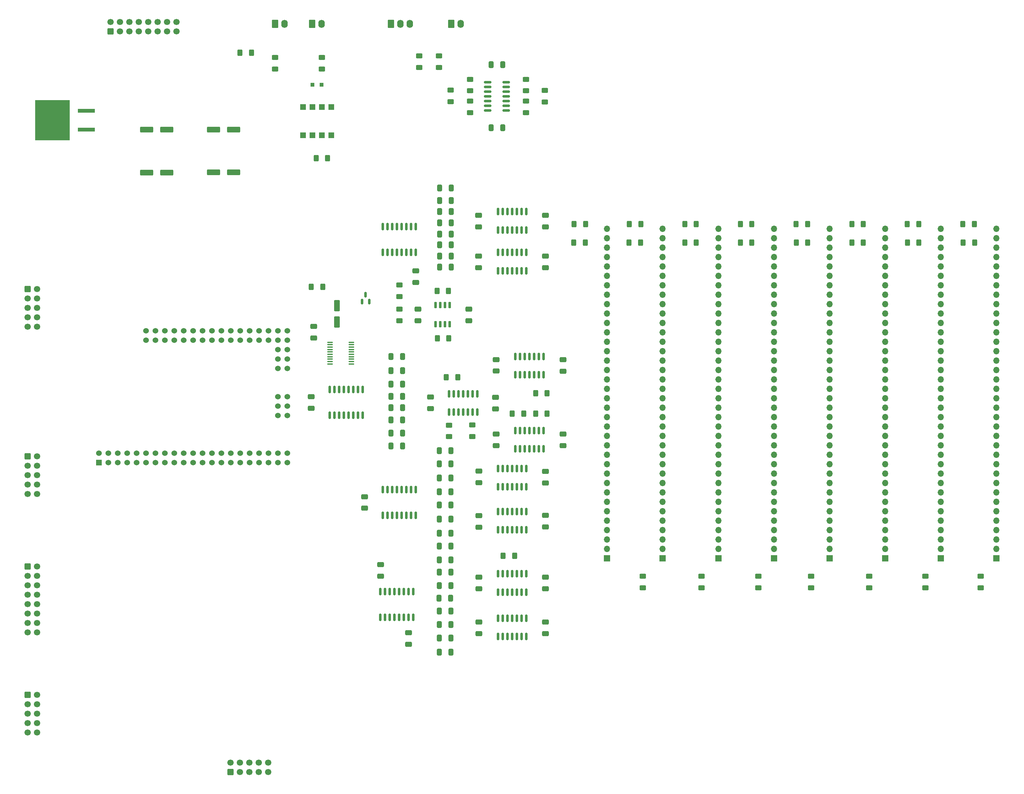
<source format=gbr>
%TF.GenerationSoftware,KiCad,Pcbnew,7.0.10-7.0.10~ubuntu22.04.1*%
%TF.CreationDate,2024-01-14T12:30:21+01:00*%
%TF.ProjectId,polykit-x-mainboard,706f6c79-6b69-4742-9d78-2d6d61696e62,v0.0.2*%
%TF.SameCoordinates,Original*%
%TF.FileFunction,Soldermask,Top*%
%TF.FilePolarity,Negative*%
%FSLAX46Y46*%
G04 Gerber Fmt 4.6, Leading zero omitted, Abs format (unit mm)*
G04 Created by KiCad (PCBNEW 7.0.10-7.0.10~ubuntu22.04.1) date 2024-01-14 12:30:21*
%MOMM*%
%LPD*%
G01*
G04 APERTURE LIST*
G04 Aperture macros list*
%AMRoundRect*
0 Rectangle with rounded corners*
0 $1 Rounding radius*
0 $2 $3 $4 $5 $6 $7 $8 $9 X,Y pos of 4 corners*
0 Add a 4 corners polygon primitive as box body*
4,1,4,$2,$3,$4,$5,$6,$7,$8,$9,$2,$3,0*
0 Add four circle primitives for the rounded corners*
1,1,$1+$1,$2,$3*
1,1,$1+$1,$4,$5*
1,1,$1+$1,$6,$7*
1,1,$1+$1,$8,$9*
0 Add four rect primitives between the rounded corners*
20,1,$1+$1,$2,$3,$4,$5,0*
20,1,$1+$1,$4,$5,$6,$7,0*
20,1,$1+$1,$6,$7,$8,$9,0*
20,1,$1+$1,$8,$9,$2,$3,0*%
G04 Aperture macros list end*
%ADD10RoundRect,0.250000X-0.400000X-0.625000X0.400000X-0.625000X0.400000X0.625000X-0.400000X0.625000X0*%
%ADD11RoundRect,0.250000X0.650000X-0.412500X0.650000X0.412500X-0.650000X0.412500X-0.650000X-0.412500X0*%
%ADD12RoundRect,0.250000X-0.650000X0.412500X-0.650000X-0.412500X0.650000X-0.412500X0.650000X0.412500X0*%
%ADD13R,1.700000X1.700000*%
%ADD14O,1.700000X1.700000*%
%ADD15RoundRect,0.150000X0.150000X-0.725000X0.150000X0.725000X-0.150000X0.725000X-0.150000X-0.725000X0*%
%ADD16RoundRect,0.250000X-0.625000X0.400000X-0.625000X-0.400000X0.625000X-0.400000X0.625000X0.400000X0*%
%ADD17RoundRect,0.250000X-0.600000X-0.600000X0.600000X-0.600000X0.600000X0.600000X-0.600000X0.600000X0*%
%ADD18C,1.700000*%
%ADD19RoundRect,0.250000X0.412500X0.650000X-0.412500X0.650000X-0.412500X-0.650000X0.412500X-0.650000X0*%
%ADD20RoundRect,0.150000X-0.150000X0.837500X-0.150000X-0.837500X0.150000X-0.837500X0.150000X0.837500X0*%
%ADD21RoundRect,0.250000X0.400000X0.625000X-0.400000X0.625000X-0.400000X-0.625000X0.400000X-0.625000X0*%
%ADD22RoundRect,0.250000X-0.412500X-0.650000X0.412500X-0.650000X0.412500X0.650000X-0.412500X0.650000X0*%
%ADD23RoundRect,0.250000X-0.620000X-0.845000X0.620000X-0.845000X0.620000X0.845000X-0.620000X0.845000X0*%
%ADD24O,1.740000X2.190000*%
%ADD25RoundRect,0.250000X-1.500000X-0.550000X1.500000X-0.550000X1.500000X0.550000X-1.500000X0.550000X0*%
%ADD26RoundRect,0.150000X-0.825000X-0.150000X0.825000X-0.150000X0.825000X0.150000X-0.825000X0.150000X0*%
%ADD27R,1.524000X1.524000*%
%ADD28C,1.524000*%
%ADD29RoundRect,0.150000X0.150000X-0.837500X0.150000X0.837500X-0.150000X0.837500X-0.150000X-0.837500X0*%
%ADD30RoundRect,0.150000X0.150000X-0.825000X0.150000X0.825000X-0.150000X0.825000X-0.150000X-0.825000X0*%
%ADD31R,1.600000X1.600000*%
%ADD32RoundRect,0.250000X0.625000X-0.400000X0.625000X0.400000X-0.625000X0.400000X-0.625000X-0.400000X0*%
%ADD33RoundRect,0.250000X0.600000X-0.600000X0.600000X0.600000X-0.600000X0.600000X-0.600000X-0.600000X0*%
%ADD34R,1.000000X1.000000*%
%ADD35RoundRect,0.250000X0.550000X-1.250000X0.550000X1.250000X-0.550000X1.250000X-0.550000X-1.250000X0*%
%ADD36R,4.600000X1.100000*%
%ADD37R,9.400000X10.800000*%
%ADD38RoundRect,0.100000X-0.637500X-0.100000X0.637500X-0.100000X0.637500X0.100000X-0.637500X0.100000X0*%
%ADD39RoundRect,0.150000X0.150000X-0.587500X0.150000X0.587500X-0.150000X0.587500X-0.150000X-0.587500X0*%
G04 APERTURE END LIST*
D10*
%TO.C,R20*%
X206050000Y-90500000D03*
X209150000Y-90500000D03*
%TD*%
D11*
%TO.C,C31*%
X135900000Y-116262500D03*
X135900000Y-113137500D03*
%TD*%
D12*
%TO.C,C12*%
X180400000Y-180737500D03*
X180400000Y-183862500D03*
%TD*%
D13*
%TO.C,VOICE2*%
X230000000Y-175630000D03*
D14*
X230000000Y-173090000D03*
X230000000Y-170550000D03*
X230000000Y-168010000D03*
X230000000Y-165470000D03*
X230000000Y-162930000D03*
X230000000Y-160390000D03*
X230000000Y-157850000D03*
X230000000Y-155310000D03*
X230000000Y-152770000D03*
X230000000Y-150230000D03*
X230000000Y-147690000D03*
X230000000Y-145150000D03*
X230000000Y-142610000D03*
X230000000Y-140070000D03*
X230000000Y-137530000D03*
X230000000Y-134990000D03*
X230000000Y-132450000D03*
X230000000Y-129910000D03*
X230000000Y-127370000D03*
X230000000Y-124830000D03*
X230000000Y-122290000D03*
X230000000Y-119750000D03*
X230000000Y-117210000D03*
X230000000Y-114670000D03*
X230000000Y-112130000D03*
X230000000Y-109590000D03*
X230000000Y-107050000D03*
X230000000Y-104510000D03*
X230000000Y-101970000D03*
X230000000Y-99430000D03*
X230000000Y-96890000D03*
X230000000Y-94350000D03*
X230000000Y-91810000D03*
X230000000Y-89270000D03*
X230000000Y-86730000D03*
%TD*%
D12*
%TO.C,C34*%
X149600000Y-159037500D03*
X149600000Y-162162500D03*
%TD*%
%TO.C,C1*%
X161500000Y-195737500D03*
X161500000Y-198862500D03*
%TD*%
D11*
%TO.C,C33*%
X177700000Y-111562500D03*
X177700000Y-108437500D03*
%TD*%
D15*
%TO.C,U11*%
X168795000Y-112475000D03*
X170065000Y-112475000D03*
X171335000Y-112475000D03*
X172605000Y-112475000D03*
X172605000Y-107325000D03*
X171335000Y-107325000D03*
X170065000Y-107325000D03*
X168795000Y-107325000D03*
%TD*%
D16*
%TO.C,R45*%
X125500000Y-40550000D03*
X125500000Y-43650000D03*
%TD*%
%TO.C,R19*%
X315700000Y-180500000D03*
X315700000Y-183600000D03*
%TD*%
D17*
%TO.C,J9*%
X58747500Y-177910000D03*
D18*
X61287500Y-177910000D03*
X58747500Y-180450000D03*
X61287500Y-180450000D03*
X58747500Y-182990000D03*
X61287500Y-182990000D03*
X58747500Y-185530000D03*
X61287500Y-185530000D03*
X58747500Y-188070000D03*
X61287500Y-188070000D03*
X58747500Y-190610000D03*
X61287500Y-190610000D03*
X58747500Y-193150000D03*
X61287500Y-193150000D03*
X58747500Y-195690000D03*
X61287500Y-195690000D03*
%TD*%
D19*
%TO.C,C65*%
X186862500Y-59500000D03*
X183737500Y-59500000D03*
%TD*%
D20*
%TO.C,U15*%
X163385000Y-86157500D03*
X162115000Y-86157500D03*
X160845000Y-86157500D03*
X159575000Y-86157500D03*
X158305000Y-86157500D03*
X157035000Y-86157500D03*
X155765000Y-86157500D03*
X154495000Y-86157500D03*
X154495000Y-93082500D03*
X155765000Y-93082500D03*
X157035000Y-93082500D03*
X158305000Y-93082500D03*
X159575000Y-93082500D03*
X160845000Y-93082500D03*
X162115000Y-93082500D03*
X163385000Y-93082500D03*
%TD*%
D21*
%TO.C,R25*%
X284100000Y-90500000D03*
X281000000Y-90500000D03*
%TD*%
D11*
%TO.C,C2*%
X153900000Y-180462500D03*
X153900000Y-177337500D03*
%TD*%
D16*
%TO.C,R16*%
X270000000Y-180500000D03*
X270000000Y-183600000D03*
%TD*%
D22*
%TO.C,C22*%
X156737500Y-132000000D03*
X159862500Y-132000000D03*
%TD*%
D23*
%TO.C,J5*%
X172980000Y-31500000D03*
D24*
X175520000Y-31500000D03*
%TD*%
D13*
%TO.C,VOICE6*%
X290000000Y-175630000D03*
D14*
X290000000Y-173090000D03*
X290000000Y-170550000D03*
X290000000Y-168010000D03*
X290000000Y-165470000D03*
X290000000Y-162930000D03*
X290000000Y-160390000D03*
X290000000Y-157850000D03*
X290000000Y-155310000D03*
X290000000Y-152770000D03*
X290000000Y-150230000D03*
X290000000Y-147690000D03*
X290000000Y-145150000D03*
X290000000Y-142610000D03*
X290000000Y-140070000D03*
X290000000Y-137530000D03*
X290000000Y-134990000D03*
X290000000Y-132450000D03*
X290000000Y-129910000D03*
X290000000Y-127370000D03*
X290000000Y-124830000D03*
X290000000Y-122290000D03*
X290000000Y-119750000D03*
X290000000Y-117210000D03*
X290000000Y-114670000D03*
X290000000Y-112130000D03*
X290000000Y-109590000D03*
X290000000Y-107050000D03*
X290000000Y-104510000D03*
X290000000Y-101970000D03*
X290000000Y-99430000D03*
X290000000Y-96890000D03*
X290000000Y-94350000D03*
X290000000Y-91810000D03*
X290000000Y-89270000D03*
X290000000Y-86730000D03*
%TD*%
D10*
%TO.C,R28*%
X206100000Y-85500000D03*
X209200000Y-85500000D03*
%TD*%
D20*
%TO.C,U5*%
X149145000Y-130137500D03*
X147875000Y-130137500D03*
X146605000Y-130137500D03*
X145335000Y-130137500D03*
X144065000Y-130137500D03*
X142795000Y-130137500D03*
X141525000Y-130137500D03*
X140255000Y-130137500D03*
X140255000Y-137062500D03*
X141525000Y-137062500D03*
X142795000Y-137062500D03*
X144065000Y-137062500D03*
X145335000Y-137062500D03*
X146605000Y-137062500D03*
X147875000Y-137062500D03*
X149145000Y-137062500D03*
%TD*%
D22*
%TO.C,C35*%
X169737500Y-146600000D03*
X172862500Y-146600000D03*
%TD*%
D25*
%TO.C,C61*%
X108900000Y-60000000D03*
X114300000Y-60000000D03*
%TD*%
D11*
%TO.C,C58*%
X198402500Y-86277500D03*
X198402500Y-83152500D03*
%TD*%
D26*
%TO.C,U19*%
X182825000Y-47190000D03*
X182825000Y-48460000D03*
X182825000Y-49730000D03*
X182825000Y-51000000D03*
X182825000Y-52270000D03*
X182825000Y-53540000D03*
X182825000Y-54810000D03*
X187775000Y-54810000D03*
X187775000Y-53540000D03*
X187775000Y-52270000D03*
X187775000Y-51000000D03*
X187775000Y-49730000D03*
X187775000Y-48460000D03*
X187775000Y-47190000D03*
%TD*%
D25*
%TO.C,C63*%
X90900000Y-71600000D03*
X96300000Y-71600000D03*
%TD*%
D17*
%TO.C,J8*%
X58747500Y-148130000D03*
D18*
X61287500Y-148130000D03*
X58747500Y-150670000D03*
X61287500Y-150670000D03*
X58747500Y-153210000D03*
X61287500Y-153210000D03*
X58747500Y-155750000D03*
X61287500Y-155750000D03*
X58747500Y-158290000D03*
X61287500Y-158290000D03*
%TD*%
D27*
%TO.C,U1*%
X78000000Y-149880000D03*
D28*
X78000000Y-147340000D03*
X80540000Y-149880000D03*
X80540000Y-147340000D03*
X83080000Y-149880000D03*
X83080000Y-147340000D03*
X85620000Y-149880000D03*
X85620000Y-147340000D03*
X88160000Y-149880000D03*
X88160000Y-147340000D03*
X90700000Y-149880000D03*
X90700000Y-147340000D03*
X93240000Y-149880000D03*
X93240000Y-147340000D03*
X95780000Y-149880000D03*
X95780000Y-147340000D03*
X98320000Y-149880000D03*
X98320000Y-147340000D03*
X100860000Y-149880000D03*
X100860000Y-147340000D03*
X103400000Y-149880000D03*
X103400000Y-147340000D03*
X105940000Y-149880000D03*
X105940000Y-147340000D03*
X108480000Y-149880000D03*
X108480000Y-147340000D03*
X111020000Y-149880000D03*
X111020000Y-147340000D03*
X113560000Y-149880000D03*
X113560000Y-147340000D03*
X116100000Y-149880000D03*
X116100000Y-147340000D03*
X118640000Y-149880000D03*
X118640000Y-147340000D03*
X121180000Y-149880000D03*
X121180000Y-147340000D03*
X123720000Y-149880000D03*
X123720000Y-147340000D03*
X126260000Y-149880000D03*
X126260000Y-147340000D03*
X128800000Y-149880000D03*
X128800000Y-147340000D03*
X90700000Y-116860000D03*
X90700000Y-114320000D03*
X93240000Y-116860000D03*
X93240000Y-114320000D03*
X95780000Y-116860000D03*
X95780000Y-114320000D03*
X98320000Y-116860000D03*
X98320000Y-114320000D03*
X100860000Y-116860000D03*
X100860000Y-114320000D03*
X103400000Y-116860000D03*
X103400000Y-114320000D03*
X105940000Y-116860000D03*
X105940000Y-114320000D03*
X108480000Y-116860000D03*
X108480000Y-114320000D03*
X111020000Y-116860000D03*
X111020000Y-114320000D03*
X113560000Y-116860000D03*
X113560000Y-114320000D03*
X116100000Y-116860000D03*
X116100000Y-114320000D03*
X118640000Y-116860000D03*
X118640000Y-114320000D03*
X121180000Y-116860000D03*
X121180000Y-114320000D03*
X123720000Y-116860000D03*
X123720000Y-114320000D03*
X126260000Y-116860000D03*
X126260000Y-114320000D03*
X128800000Y-116860000D03*
X128800000Y-114320000D03*
X126260000Y-119400000D03*
X128800000Y-119400000D03*
X126260000Y-121940000D03*
X128800000Y-121940000D03*
X126260000Y-124480000D03*
X128800000Y-124480000D03*
X126260000Y-132100000D03*
X128800000Y-132100000D03*
X126260000Y-134640000D03*
X128800000Y-134640000D03*
X126260000Y-137180000D03*
X128800000Y-137180000D03*
%TD*%
D22*
%TO.C,C5*%
X169700000Y-186400000D03*
X172825000Y-186400000D03*
%TD*%
D17*
%TO.C,J7*%
X58747500Y-103020000D03*
D18*
X61287500Y-103020000D03*
X58747500Y-105560000D03*
X61287500Y-105560000D03*
X58747500Y-108100000D03*
X61287500Y-108100000D03*
X58747500Y-110640000D03*
X61287500Y-110640000D03*
X58747500Y-113180000D03*
X61287500Y-113180000D03*
%TD*%
D12*
%TO.C,C14*%
X180400000Y-192837500D03*
X180400000Y-195962500D03*
%TD*%
D11*
%TO.C,C24*%
X203100000Y-145262500D03*
X203100000Y-142137500D03*
%TD*%
D21*
%TO.C,R31*%
X254050000Y-85500000D03*
X250950000Y-85500000D03*
%TD*%
%TO.C,R12*%
X172250000Y-103500000D03*
X169150000Y-103500000D03*
%TD*%
%TO.C,R24*%
X269100000Y-90500000D03*
X266000000Y-90500000D03*
%TD*%
D12*
%TO.C,C44*%
X180400000Y-152137500D03*
X180400000Y-155262500D03*
%TD*%
D29*
%TO.C,U2*%
X153855000Y-191562500D03*
X155125000Y-191562500D03*
X156395000Y-191562500D03*
X157665000Y-191562500D03*
X158935000Y-191562500D03*
X160205000Y-191562500D03*
X161475000Y-191562500D03*
X162745000Y-191562500D03*
X162745000Y-184637500D03*
X161475000Y-184637500D03*
X160205000Y-184637500D03*
X158935000Y-184637500D03*
X157665000Y-184637500D03*
X156395000Y-184637500D03*
X155125000Y-184637500D03*
X153855000Y-184637500D03*
%TD*%
D12*
%TO.C,C46*%
X180400000Y-164137500D03*
X180400000Y-167262500D03*
%TD*%
D22*
%TO.C,C48*%
X169877500Y-94100000D03*
X173002500Y-94100000D03*
%TD*%
D30*
%TO.C,U3*%
X185590000Y-184775000D03*
X186860000Y-184775000D03*
X188130000Y-184775000D03*
X189400000Y-184775000D03*
X190670000Y-184775000D03*
X191940000Y-184775000D03*
X193210000Y-184775000D03*
X193210000Y-179825000D03*
X191940000Y-179825000D03*
X190670000Y-179825000D03*
X189400000Y-179825000D03*
X188130000Y-179825000D03*
X186860000Y-179825000D03*
X185590000Y-179825000D03*
%TD*%
D22*
%TO.C,C10*%
X169737500Y-197200000D03*
X172862500Y-197200000D03*
%TD*%
%TO.C,C53*%
X169877500Y-85120000D03*
X173002500Y-85120000D03*
%TD*%
D31*
%TO.C,U20*%
X140610000Y-53890000D03*
X138070000Y-53890000D03*
X135530000Y-53890000D03*
X132990000Y-53890000D03*
X132990000Y-61510000D03*
X135530000Y-61510000D03*
X138070000Y-61510000D03*
X140610000Y-61510000D03*
%TD*%
D32*
%TO.C,R10*%
X159000000Y-105050000D03*
X159000000Y-101950000D03*
%TD*%
D16*
%TO.C,R13*%
X224600000Y-180500000D03*
X224600000Y-183600000D03*
%TD*%
D22*
%TO.C,C42*%
X169737500Y-168900000D03*
X172862500Y-168900000D03*
%TD*%
D12*
%TO.C,C57*%
X180362500Y-94132500D03*
X180362500Y-97257500D03*
%TD*%
D22*
%TO.C,C19*%
X156737500Y-135000000D03*
X159862500Y-135000000D03*
%TD*%
D12*
%TO.C,C32*%
X164000000Y-108437500D03*
X164000000Y-111562500D03*
%TD*%
D22*
%TO.C,C49*%
X169877500Y-97120000D03*
X173002500Y-97120000D03*
%TD*%
D23*
%TO.C,J4*%
X125460000Y-31500000D03*
D24*
X128000000Y-31500000D03*
%TD*%
D22*
%TO.C,C26*%
X156737500Y-121200000D03*
X159862500Y-121200000D03*
%TD*%
D11*
%TO.C,C16*%
X184900000Y-135337500D03*
X184900000Y-132212500D03*
%TD*%
D22*
%TO.C,C21*%
X156737500Y-128700000D03*
X159862500Y-128700000D03*
%TD*%
D16*
%TO.C,R2*%
X172400000Y-139750000D03*
X172400000Y-142850000D03*
%TD*%
D21*
%TO.C,R11*%
X172350000Y-116300000D03*
X169250000Y-116300000D03*
%TD*%
%TO.C,R29*%
X224100000Y-85500000D03*
X221000000Y-85500000D03*
%TD*%
D33*
%TO.C,J1*%
X81110000Y-33485000D03*
D18*
X81110000Y-30945000D03*
X83650000Y-33485000D03*
X83650000Y-30945000D03*
X86190000Y-33485000D03*
X86190000Y-30945000D03*
X88730000Y-33485000D03*
X88730000Y-30945000D03*
X91270000Y-33485000D03*
X91270000Y-30945000D03*
X93810000Y-33485000D03*
X93810000Y-30945000D03*
X96350000Y-33485000D03*
X96350000Y-30945000D03*
X98890000Y-33485000D03*
X98890000Y-30945000D03*
%TD*%
D21*
%TO.C,R35*%
X314050000Y-85500000D03*
X310950000Y-85500000D03*
%TD*%
D16*
%TO.C,R38*%
X172800000Y-49350000D03*
X172800000Y-52450000D03*
%TD*%
D30*
%TO.C,U16*%
X185590000Y-98075000D03*
X186860000Y-98075000D03*
X188130000Y-98075000D03*
X189400000Y-98075000D03*
X190670000Y-98075000D03*
X191940000Y-98075000D03*
X193210000Y-98075000D03*
X193210000Y-93125000D03*
X191940000Y-93125000D03*
X190670000Y-93125000D03*
X189400000Y-93125000D03*
X188130000Y-93125000D03*
X186860000Y-93125000D03*
X185590000Y-93125000D03*
%TD*%
D22*
%TO.C,C40*%
X169737500Y-165100000D03*
X172862500Y-165100000D03*
%TD*%
D11*
%TO.C,C56*%
X198400000Y-97257500D03*
X198400000Y-94132500D03*
%TD*%
D30*
%TO.C,U7*%
X190290000Y-126150000D03*
X191560000Y-126150000D03*
X192830000Y-126150000D03*
X194100000Y-126150000D03*
X195370000Y-126150000D03*
X196640000Y-126150000D03*
X197910000Y-126150000D03*
X197910000Y-121200000D03*
X196640000Y-121200000D03*
X195370000Y-121200000D03*
X194100000Y-121200000D03*
X192830000Y-121200000D03*
X191560000Y-121200000D03*
X190290000Y-121200000D03*
%TD*%
D23*
%TO.C,J2*%
X156750000Y-31500000D03*
D24*
X159290000Y-31500000D03*
X161830000Y-31500000D03*
%TD*%
D22*
%TO.C,C51*%
X169877500Y-91120000D03*
X173002500Y-91120000D03*
%TD*%
D32*
%TO.C,R36*%
X178100000Y-49550000D03*
X178100000Y-46450000D03*
%TD*%
D22*
%TO.C,C36*%
X169737500Y-150200000D03*
X172862500Y-150200000D03*
%TD*%
D12*
%TO.C,C25*%
X185100000Y-142137500D03*
X185100000Y-145262500D03*
%TD*%
D34*
%TO.C,D1*%
X138050000Y-47900000D03*
X135550000Y-47900000D03*
%TD*%
D32*
%TO.C,R43*%
X169700000Y-43250000D03*
X169700000Y-40150000D03*
%TD*%
D33*
%TO.C,J6*%
X113500000Y-233300000D03*
D18*
X113500000Y-230760000D03*
X116040000Y-233300000D03*
X116040000Y-230760000D03*
X118580000Y-233300000D03*
X118580000Y-230760000D03*
X121120000Y-233300000D03*
X121120000Y-230760000D03*
X123660000Y-233300000D03*
X123660000Y-230760000D03*
%TD*%
D16*
%TO.C,R37*%
X193100000Y-52350000D03*
X193100000Y-55450000D03*
%TD*%
D21*
%TO.C,R34*%
X299050000Y-85500000D03*
X295950000Y-85500000D03*
%TD*%
D22*
%TO.C,C8*%
X169737500Y-193500000D03*
X172862500Y-193500000D03*
%TD*%
D12*
%TO.C,C47*%
X163400000Y-98137500D03*
X163400000Y-101262500D03*
%TD*%
%TO.C,C17*%
X167400000Y-132137500D03*
X167400000Y-135262500D03*
%TD*%
D16*
%TO.C,R15*%
X255800000Y-180500000D03*
X255800000Y-183600000D03*
%TD*%
D11*
%TO.C,C43*%
X198400000Y-155362500D03*
X198400000Y-152237500D03*
%TD*%
D35*
%TO.C,C30*%
X142200000Y-111900000D03*
X142200000Y-107500000D03*
%TD*%
D13*
%TO.C,VOICE3*%
X245000000Y-175630000D03*
D14*
X245000000Y-173090000D03*
X245000000Y-170550000D03*
X245000000Y-168010000D03*
X245000000Y-165470000D03*
X245000000Y-162930000D03*
X245000000Y-160390000D03*
X245000000Y-157850000D03*
X245000000Y-155310000D03*
X245000000Y-152770000D03*
X245000000Y-150230000D03*
X245000000Y-147690000D03*
X245000000Y-145150000D03*
X245000000Y-142610000D03*
X245000000Y-140070000D03*
X245000000Y-137530000D03*
X245000000Y-134990000D03*
X245000000Y-132450000D03*
X245000000Y-129910000D03*
X245000000Y-127370000D03*
X245000000Y-124830000D03*
X245000000Y-122290000D03*
X245000000Y-119750000D03*
X245000000Y-117210000D03*
X245000000Y-114670000D03*
X245000000Y-112130000D03*
X245000000Y-109590000D03*
X245000000Y-107050000D03*
X245000000Y-104510000D03*
X245000000Y-101970000D03*
X245000000Y-99430000D03*
X245000000Y-96890000D03*
X245000000Y-94350000D03*
X245000000Y-91810000D03*
X245000000Y-89270000D03*
X245000000Y-86730000D03*
%TD*%
D11*
%TO.C,C13*%
X198400000Y-195962500D03*
X198400000Y-192837500D03*
%TD*%
D22*
%TO.C,C64*%
X183737500Y-42500000D03*
X186862500Y-42500000D03*
%TD*%
D36*
%TO.C,U18*%
X74575000Y-60040000D03*
D37*
X65425000Y-57500000D03*
D36*
X74575000Y-54960000D03*
%TD*%
D30*
%TO.C,U13*%
X185590000Y-156375000D03*
X186860000Y-156375000D03*
X188130000Y-156375000D03*
X189400000Y-156375000D03*
X190670000Y-156375000D03*
X191940000Y-156375000D03*
X193210000Y-156375000D03*
X193210000Y-151425000D03*
X191940000Y-151425000D03*
X190670000Y-151425000D03*
X189400000Y-151425000D03*
X188130000Y-151425000D03*
X186860000Y-151425000D03*
X185590000Y-151425000D03*
%TD*%
D10*
%TO.C,R47*%
X136550000Y-67700000D03*
X139650000Y-67700000D03*
%TD*%
D30*
%TO.C,U14*%
X185590000Y-167975000D03*
X186860000Y-167975000D03*
X188130000Y-167975000D03*
X189400000Y-167975000D03*
X190670000Y-167975000D03*
X191940000Y-167975000D03*
X193210000Y-167975000D03*
X193210000Y-163025000D03*
X191940000Y-163025000D03*
X190670000Y-163025000D03*
X189400000Y-163025000D03*
X188130000Y-163025000D03*
X186860000Y-163025000D03*
X185590000Y-163025000D03*
%TD*%
D10*
%TO.C,R8*%
X135250000Y-102400000D03*
X138350000Y-102400000D03*
%TD*%
D11*
%TO.C,C15*%
X135200000Y-135162500D03*
X135200000Y-132037500D03*
%TD*%
D22*
%TO.C,C3*%
X169737500Y-176100000D03*
X172862500Y-176100000D03*
%TD*%
%TO.C,C37*%
X169737500Y-157700000D03*
X172862500Y-157700000D03*
%TD*%
D10*
%TO.C,R6*%
X195750000Y-136675000D03*
X198850000Y-136675000D03*
%TD*%
D21*
%TO.C,R23*%
X254050000Y-90500000D03*
X250950000Y-90500000D03*
%TD*%
D30*
%TO.C,U17*%
X185630000Y-87095000D03*
X186900000Y-87095000D03*
X188170000Y-87095000D03*
X189440000Y-87095000D03*
X190710000Y-87095000D03*
X191980000Y-87095000D03*
X193250000Y-87095000D03*
X193250000Y-82145000D03*
X191980000Y-82145000D03*
X190710000Y-82145000D03*
X189440000Y-82145000D03*
X188170000Y-82145000D03*
X186900000Y-82145000D03*
X185630000Y-82145000D03*
%TD*%
D32*
%TO.C,R42*%
X164350000Y-43250000D03*
X164350000Y-40150000D03*
%TD*%
D22*
%TO.C,C52*%
X169837500Y-82100000D03*
X172962500Y-82100000D03*
%TD*%
D16*
%TO.C,R3*%
X178700000Y-139725000D03*
X178700000Y-142825000D03*
%TD*%
D21*
%TO.C,R22*%
X239050000Y-90500000D03*
X235950000Y-90500000D03*
%TD*%
D11*
%TO.C,C18*%
X203100000Y-125237500D03*
X203100000Y-122112500D03*
%TD*%
D25*
%TO.C,C62*%
X90900000Y-60000000D03*
X96300000Y-60000000D03*
%TD*%
%TO.C,C60*%
X108900000Y-71500000D03*
X114300000Y-71500000D03*
%TD*%
D22*
%TO.C,C27*%
X156737500Y-125000000D03*
X159862500Y-125000000D03*
%TD*%
D16*
%TO.C,R14*%
X240500000Y-180500000D03*
X240500000Y-183600000D03*
%TD*%
D21*
%TO.C,R44*%
X119150000Y-39300000D03*
X116050000Y-39300000D03*
%TD*%
D30*
%TO.C,U4*%
X185590000Y-196775000D03*
X186860000Y-196775000D03*
X188130000Y-196775000D03*
X189400000Y-196775000D03*
X190670000Y-196775000D03*
X191940000Y-196775000D03*
X193210000Y-196775000D03*
X193210000Y-191825000D03*
X191940000Y-191825000D03*
X190670000Y-191825000D03*
X189400000Y-191825000D03*
X188130000Y-191825000D03*
X186860000Y-191825000D03*
X185590000Y-191825000D03*
%TD*%
D11*
%TO.C,C45*%
X198400000Y-167162500D03*
X198400000Y-164037500D03*
%TD*%
D23*
%TO.C,J3*%
X135480000Y-31500000D03*
D24*
X138020000Y-31500000D03*
%TD*%
D16*
%TO.C,R17*%
X285700000Y-180500000D03*
X285700000Y-183600000D03*
%TD*%
D21*
%TO.C,R30*%
X239050000Y-85500000D03*
X235950000Y-85500000D03*
%TD*%
%TO.C,R32*%
X269050000Y-85500000D03*
X265950000Y-85500000D03*
%TD*%
%TO.C,R33*%
X284100000Y-85500000D03*
X281000000Y-85500000D03*
%TD*%
D13*
%TO.C,VOICE5*%
X275000000Y-175630000D03*
D14*
X275000000Y-173090000D03*
X275000000Y-170550000D03*
X275000000Y-168010000D03*
X275000000Y-165470000D03*
X275000000Y-162930000D03*
X275000000Y-160390000D03*
X275000000Y-157850000D03*
X275000000Y-155310000D03*
X275000000Y-152770000D03*
X275000000Y-150230000D03*
X275000000Y-147690000D03*
X275000000Y-145150000D03*
X275000000Y-142610000D03*
X275000000Y-140070000D03*
X275000000Y-137530000D03*
X275000000Y-134990000D03*
X275000000Y-132450000D03*
X275000000Y-129910000D03*
X275000000Y-127370000D03*
X275000000Y-124830000D03*
X275000000Y-122290000D03*
X275000000Y-119750000D03*
X275000000Y-117210000D03*
X275000000Y-114670000D03*
X275000000Y-112130000D03*
X275000000Y-109590000D03*
X275000000Y-107050000D03*
X275000000Y-104510000D03*
X275000000Y-101970000D03*
X275000000Y-99430000D03*
X275000000Y-96890000D03*
X275000000Y-94350000D03*
X275000000Y-91810000D03*
X275000000Y-89270000D03*
X275000000Y-86730000D03*
%TD*%
D22*
%TO.C,C55*%
X169877500Y-79120000D03*
X173002500Y-79120000D03*
%TD*%
%TO.C,C41*%
X169737500Y-172400000D03*
X172862500Y-172400000D03*
%TD*%
D10*
%TO.C,R4*%
X171650000Y-126775000D03*
X174750000Y-126775000D03*
%TD*%
D21*
%TO.C,R27*%
X314100000Y-90500000D03*
X311000000Y-90500000D03*
%TD*%
D22*
%TO.C,C28*%
X156737500Y-141875000D03*
X159862500Y-141875000D03*
%TD*%
%TO.C,C9*%
X169737500Y-201000000D03*
X172862500Y-201000000D03*
%TD*%
D12*
%TO.C,C23*%
X185100000Y-122037500D03*
X185100000Y-125162500D03*
%TD*%
D16*
%TO.C,R18*%
X300800000Y-180500000D03*
X300800000Y-183600000D03*
%TD*%
D21*
%TO.C,R5*%
X192550000Y-136675000D03*
X189450000Y-136675000D03*
%TD*%
D22*
%TO.C,C29*%
X156737500Y-145375000D03*
X159862500Y-145375000D03*
%TD*%
D32*
%TO.C,R39*%
X198200000Y-52550000D03*
X198200000Y-49450000D03*
%TD*%
D13*
%TO.C,VOICE8*%
X320000000Y-175630000D03*
D14*
X320000000Y-173090000D03*
X320000000Y-170550000D03*
X320000000Y-168010000D03*
X320000000Y-165470000D03*
X320000000Y-162930000D03*
X320000000Y-160390000D03*
X320000000Y-157850000D03*
X320000000Y-155310000D03*
X320000000Y-152770000D03*
X320000000Y-150230000D03*
X320000000Y-147690000D03*
X320000000Y-145150000D03*
X320000000Y-142610000D03*
X320000000Y-140070000D03*
X320000000Y-137530000D03*
X320000000Y-134990000D03*
X320000000Y-132450000D03*
X320000000Y-129910000D03*
X320000000Y-127370000D03*
X320000000Y-124830000D03*
X320000000Y-122290000D03*
X320000000Y-119750000D03*
X320000000Y-117210000D03*
X320000000Y-114670000D03*
X320000000Y-112130000D03*
X320000000Y-109590000D03*
X320000000Y-107050000D03*
X320000000Y-104510000D03*
X320000000Y-101970000D03*
X320000000Y-99430000D03*
X320000000Y-96890000D03*
X320000000Y-94350000D03*
X320000000Y-91810000D03*
X320000000Y-89270000D03*
X320000000Y-86730000D03*
%TD*%
D38*
%TO.C,U10*%
X146062500Y-117375000D03*
X146062500Y-118025000D03*
X146062500Y-118675000D03*
X146062500Y-119325000D03*
X146062500Y-119975000D03*
X146062500Y-120625000D03*
X146062500Y-121275000D03*
X146062500Y-121925000D03*
X146062500Y-122575000D03*
X146062500Y-123225000D03*
X140337500Y-123225000D03*
X140337500Y-122575000D03*
X140337500Y-121925000D03*
X140337500Y-121275000D03*
X140337500Y-120625000D03*
X140337500Y-119975000D03*
X140337500Y-119325000D03*
X140337500Y-118675000D03*
X140337500Y-118025000D03*
X140337500Y-117375000D03*
%TD*%
D22*
%TO.C,C54*%
X169877500Y-75800000D03*
X173002500Y-75800000D03*
%TD*%
D30*
%TO.C,U6*%
X172390000Y-136250000D03*
X173660000Y-136250000D03*
X174930000Y-136250000D03*
X176200000Y-136250000D03*
X177470000Y-136250000D03*
X178740000Y-136250000D03*
X180010000Y-136250000D03*
X180010000Y-131300000D03*
X178740000Y-131300000D03*
X177470000Y-131300000D03*
X176200000Y-131300000D03*
X174930000Y-131300000D03*
X173660000Y-131300000D03*
X172390000Y-131300000D03*
%TD*%
D17*
%TO.C,J10*%
X58747500Y-212520000D03*
D18*
X61287500Y-212520000D03*
X58747500Y-215060000D03*
X61287500Y-215060000D03*
X58747500Y-217600000D03*
X61287500Y-217600000D03*
X58747500Y-220140000D03*
X61287500Y-220140000D03*
X58747500Y-222680000D03*
X61287500Y-222680000D03*
%TD*%
D22*
%TO.C,C6*%
X169737500Y-183000000D03*
X172862500Y-183000000D03*
%TD*%
D13*
%TO.C,VOICE4*%
X260000000Y-175630000D03*
D14*
X260000000Y-173090000D03*
X260000000Y-170550000D03*
X260000000Y-168010000D03*
X260000000Y-165470000D03*
X260000000Y-162930000D03*
X260000000Y-160390000D03*
X260000000Y-157850000D03*
X260000000Y-155310000D03*
X260000000Y-152770000D03*
X260000000Y-150230000D03*
X260000000Y-147690000D03*
X260000000Y-145150000D03*
X260000000Y-142610000D03*
X260000000Y-140070000D03*
X260000000Y-137530000D03*
X260000000Y-134990000D03*
X260000000Y-132450000D03*
X260000000Y-129910000D03*
X260000000Y-127370000D03*
X260000000Y-124830000D03*
X260000000Y-122290000D03*
X260000000Y-119750000D03*
X260000000Y-117210000D03*
X260000000Y-114670000D03*
X260000000Y-112130000D03*
X260000000Y-109590000D03*
X260000000Y-107050000D03*
X260000000Y-104510000D03*
X260000000Y-101970000D03*
X260000000Y-99430000D03*
X260000000Y-96890000D03*
X260000000Y-94350000D03*
X260000000Y-91810000D03*
X260000000Y-89270000D03*
X260000000Y-86730000D03*
%TD*%
D22*
%TO.C,C50*%
X169837500Y-88200000D03*
X172962500Y-88200000D03*
%TD*%
D21*
%TO.C,R1*%
X190050000Y-175000000D03*
X186950000Y-175000000D03*
%TD*%
D16*
%TO.C,R46*%
X138100000Y-40550000D03*
X138100000Y-43650000D03*
%TD*%
D22*
%TO.C,C4*%
X169737500Y-179400000D03*
X172862500Y-179400000D03*
%TD*%
D39*
%TO.C,U9*%
X148950000Y-106437500D03*
X150850000Y-106437500D03*
X149900000Y-104562500D03*
%TD*%
D30*
%TO.C,U8*%
X190290000Y-146150000D03*
X191560000Y-146150000D03*
X192830000Y-146150000D03*
X194100000Y-146150000D03*
X195370000Y-146150000D03*
X196640000Y-146150000D03*
X197910000Y-146150000D03*
X197910000Y-141200000D03*
X196640000Y-141200000D03*
X195370000Y-141200000D03*
X194100000Y-141200000D03*
X192830000Y-141200000D03*
X191560000Y-141200000D03*
X190290000Y-141200000D03*
%TD*%
D22*
%TO.C,C39*%
X169737500Y-161300000D03*
X172862500Y-161300000D03*
%TD*%
D10*
%TO.C,R7*%
X195750000Y-131175000D03*
X198850000Y-131175000D03*
%TD*%
D13*
%TO.C,VOICE1*%
X215000000Y-175630000D03*
D14*
X215000000Y-173090000D03*
X215000000Y-170550000D03*
X215000000Y-168010000D03*
X215000000Y-165470000D03*
X215000000Y-162930000D03*
X215000000Y-160390000D03*
X215000000Y-157850000D03*
X215000000Y-155310000D03*
X215000000Y-152770000D03*
X215000000Y-150230000D03*
X215000000Y-147690000D03*
X215000000Y-145150000D03*
X215000000Y-142610000D03*
X215000000Y-140070000D03*
X215000000Y-137530000D03*
X215000000Y-134990000D03*
X215000000Y-132450000D03*
X215000000Y-129910000D03*
X215000000Y-127370000D03*
X215000000Y-124830000D03*
X215000000Y-122290000D03*
X215000000Y-119750000D03*
X215000000Y-117210000D03*
X215000000Y-114670000D03*
X215000000Y-112130000D03*
X215000000Y-109590000D03*
X215000000Y-107050000D03*
X215000000Y-104510000D03*
X215000000Y-101970000D03*
X215000000Y-99430000D03*
X215000000Y-96890000D03*
X215000000Y-94350000D03*
X215000000Y-91810000D03*
X215000000Y-89270000D03*
X215000000Y-86730000D03*
%TD*%
D22*
%TO.C,C7*%
X169737500Y-189900000D03*
X172862500Y-189900000D03*
%TD*%
%TO.C,C38*%
X169737500Y-154000000D03*
X172862500Y-154000000D03*
%TD*%
D21*
%TO.C,R26*%
X299100000Y-90500000D03*
X296000000Y-90500000D03*
%TD*%
D22*
%TO.C,C20*%
X156737500Y-138300000D03*
X159862500Y-138300000D03*
%TD*%
D21*
%TO.C,R21*%
X224050000Y-90500000D03*
X220950000Y-90500000D03*
%TD*%
D16*
%TO.C,R40*%
X178100000Y-52350000D03*
X178100000Y-55450000D03*
%TD*%
D11*
%TO.C,C11*%
X198400000Y-183862500D03*
X198400000Y-180737500D03*
%TD*%
D29*
%TO.C,U12*%
X154495000Y-164062500D03*
X155765000Y-164062500D03*
X157035000Y-164062500D03*
X158305000Y-164062500D03*
X159575000Y-164062500D03*
X160845000Y-164062500D03*
X162115000Y-164062500D03*
X163385000Y-164062500D03*
X163385000Y-157137500D03*
X162115000Y-157137500D03*
X160845000Y-157137500D03*
X159575000Y-157137500D03*
X158305000Y-157137500D03*
X157035000Y-157137500D03*
X155765000Y-157137500D03*
X154495000Y-157137500D03*
%TD*%
D13*
%TO.C,VOICE7*%
X305000000Y-175630000D03*
D14*
X305000000Y-173090000D03*
X305000000Y-170550000D03*
X305000000Y-168010000D03*
X305000000Y-165470000D03*
X305000000Y-162930000D03*
X305000000Y-160390000D03*
X305000000Y-157850000D03*
X305000000Y-155310000D03*
X305000000Y-152770000D03*
X305000000Y-150230000D03*
X305000000Y-147690000D03*
X305000000Y-145150000D03*
X305000000Y-142610000D03*
X305000000Y-140070000D03*
X305000000Y-137530000D03*
X305000000Y-134990000D03*
X305000000Y-132450000D03*
X305000000Y-129910000D03*
X305000000Y-127370000D03*
X305000000Y-124830000D03*
X305000000Y-122290000D03*
X305000000Y-119750000D03*
X305000000Y-117210000D03*
X305000000Y-114670000D03*
X305000000Y-112130000D03*
X305000000Y-109590000D03*
X305000000Y-107050000D03*
X305000000Y-104510000D03*
X305000000Y-101970000D03*
X305000000Y-99430000D03*
X305000000Y-96890000D03*
X305000000Y-94350000D03*
X305000000Y-91810000D03*
X305000000Y-89270000D03*
X305000000Y-86730000D03*
%TD*%
D12*
%TO.C,C59*%
X180362500Y-83152500D03*
X180362500Y-86277500D03*
%TD*%
D32*
%TO.C,R41*%
X193100000Y-49550000D03*
X193100000Y-46450000D03*
%TD*%
D16*
%TO.C,R9*%
X159000000Y-108450000D03*
X159000000Y-111550000D03*
%TD*%
M02*

</source>
